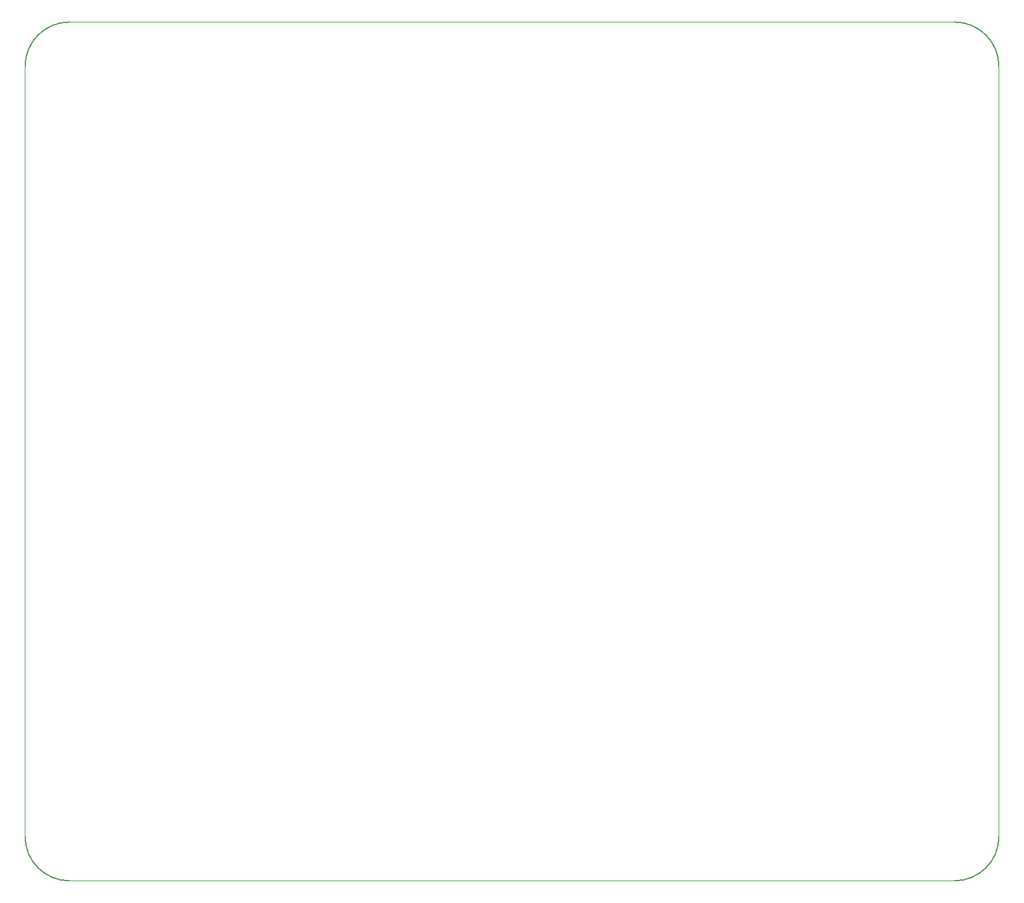
<source format=gbr>
%TF.GenerationSoftware,KiCad,Pcbnew,7.0.7*%
%TF.CreationDate,2024-01-31T01:15:34+01:00*%
%TF.ProjectId,POC-TB,504f432d-5442-42e6-9b69-6361645f7063,rev?*%
%TF.SameCoordinates,Original*%
%TF.FileFunction,Profile,NP*%
%FSLAX46Y46*%
G04 Gerber Fmt 4.6, Leading zero omitted, Abs format (unit mm)*
G04 Created by KiCad (PCBNEW 7.0.7) date 2024-01-31 01:15:34*
%MOMM*%
%LPD*%
G01*
G04 APERTURE LIST*
%TA.AperFunction,Profile*%
%ADD10C,0.100000*%
%TD*%
%TA.AperFunction,Profile*%
%ADD11C,0.200000*%
%TD*%
G04 APERTURE END LIST*
D10*
X135890000Y-78740000D02*
X262890000Y-78740000D01*
X262890000Y-201930000D02*
X207010000Y-201930000D01*
D11*
X269240000Y-85090000D02*
G75*
G03*
X262890000Y-78740000I-6350000J0D01*
G01*
D10*
X135890000Y-201930000D02*
X207010000Y-201930000D01*
D11*
X262890000Y-201930000D02*
G75*
G03*
X269240000Y-195580000I0J6350000D01*
G01*
D10*
X269240000Y-85090000D02*
X269240000Y-195580000D01*
X129540000Y-85090000D02*
X129540000Y-195580000D01*
D11*
X135890000Y-78740000D02*
G75*
G03*
X129540000Y-85090000I0J-6350000D01*
G01*
X129540000Y-195580000D02*
G75*
G03*
X135890000Y-201930000I6350000J0D01*
G01*
M02*

</source>
